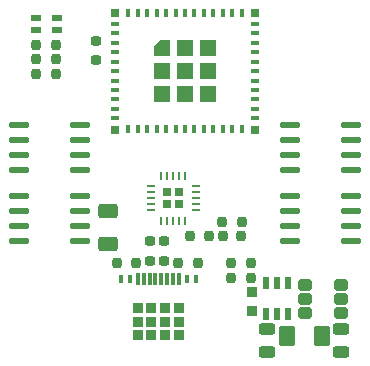
<source format=gbr>
%TF.GenerationSoftware,KiCad,Pcbnew,(6.0.5-0)*%
%TF.CreationDate,2022-08-15T15:57:21+01:00*%
%TF.ProjectId,Relay8,52656c61-7938-42e6-9b69-6361645f7063,1*%
%TF.SameCoordinates,Original*%
%TF.FileFunction,Paste,Top*%
%TF.FilePolarity,Positive*%
%FSLAX46Y46*%
G04 Gerber Fmt 4.6, Leading zero omitted, Abs format (unit mm)*
G04 Created by KiCad (PCBNEW (6.0.5-0)) date 2022-08-15 15:57:21*
%MOMM*%
%LPD*%
G01*
G04 APERTURE LIST*
G04 Aperture macros list*
%AMRoundRect*
0 Rectangle with rounded corners*
0 $1 Rounding radius*
0 $2 $3 $4 $5 $6 $7 $8 $9 X,Y pos of 4 corners*
0 Add a 4 corners polygon primitive as box body*
4,1,4,$2,$3,$4,$5,$6,$7,$8,$9,$2,$3,0*
0 Add four circle primitives for the rounded corners*
1,1,$1+$1,$2,$3*
1,1,$1+$1,$4,$5*
1,1,$1+$1,$6,$7*
1,1,$1+$1,$8,$9*
0 Add four rect primitives between the rounded corners*
20,1,$1+$1,$2,$3,$4,$5,0*
20,1,$1+$1,$4,$5,$6,$7,0*
20,1,$1+$1,$6,$7,$8,$9,0*
20,1,$1+$1,$8,$9,$2,$3,0*%
%AMFreePoly0*
4,1,6,0.696000,-0.696000,-0.696000,-0.696000,-0.696000,0.118488,-0.118488,0.696000,0.696000,0.696000,0.696000,-0.696000,0.696000,-0.696000,$1*%
G04 Aperture macros list end*
%ADD10R,0.768000X0.384000*%
%ADD11R,0.384000X0.768000*%
%ADD12R,1.392000X1.392000*%
%ADD13FreePoly0,0.000000*%
%ADD14R,0.672000X0.672000*%
%ADD15RoundRect,0.186000X-0.189000X-0.189000X0.189000X-0.189000X0.189000X0.189000X-0.189000X0.189000X0*%
%ADD16RoundRect,0.048500X-0.287500X-0.071500X0.287500X-0.071500X0.287500X0.071500X-0.287500X0.071500X0*%
%ADD17RoundRect,0.057500X-0.062500X-0.278500X0.062500X-0.278500X0.062500X0.278500X-0.062500X0.278500X0*%
%ADD18RoundRect,0.184000X-0.200000X-0.272000X0.200000X-0.272000X0.200000X0.272000X-0.200000X0.272000X0*%
%ADD19RoundRect,0.184000X0.200000X0.272000X-0.200000X0.272000X-0.200000X-0.272000X0.200000X-0.272000X0*%
%ADD20RoundRect,0.115000X-0.725000X-0.173000X0.725000X-0.173000X0.725000X0.173000X-0.725000X0.173000X0*%
%ADD21RoundRect,0.232500X-0.232500X-0.232500X0.232500X-0.232500X0.232500X0.232500X-0.232500X0.232500X0*%
%ADD22R,0.420000X0.798000*%
%ADD23RoundRect,0.069000X-0.075000X-0.478200X0.075000X-0.478200X0.075000X0.478200X-0.075000X0.478200X0*%
%ADD24RoundRect,0.115000X0.725000X0.173000X-0.725000X0.173000X-0.725000X-0.173000X0.725000X-0.173000X0*%
%ADD25RoundRect,0.225000X0.615000X-0.375000X0.615000X0.375000X-0.615000X0.375000X-0.615000X-0.375000X0*%
%ADD26RoundRect,0.207000X0.249000X-0.225000X0.249000X0.225000X-0.249000X0.225000X-0.249000X-0.225000X0*%
%ADD27RoundRect,0.250000X-0.350000X-0.250000X0.350000X-0.250000X0.350000X0.250000X-0.350000X0.250000X0*%
%ADD28R,0.576000X1.056000*%
%ADD29RoundRect,0.220875X-0.463125X-0.619125X0.463125X-0.619125X0.463125X0.619125X-0.463125X0.619125X0*%
%ADD30RoundRect,0.230000X-0.466000X0.250000X-0.466000X-0.250000X0.466000X-0.250000X0.466000X0.250000X0*%
%ADD31RoundRect,0.184000X0.272000X-0.200000X0.272000X0.200000X-0.272000X0.200000X-0.272000X-0.200000X0*%
%ADD32RoundRect,0.184000X-0.272000X0.200000X-0.272000X-0.200000X0.272000X-0.200000X0.272000X0.200000X0*%
%ADD33R,0.816000X0.480000*%
G04 APERTURE END LIST*
D10*
%TO.C,U1*%
X98850000Y-32000000D03*
X98850000Y-32800000D03*
X98850000Y-33600000D03*
X98850000Y-34400000D03*
X98850000Y-35200000D03*
X98850000Y-36000000D03*
X98850000Y-36800000D03*
X98850000Y-37600000D03*
X98850000Y-38400000D03*
X98850000Y-39200000D03*
X98850000Y-40000000D03*
D11*
X99950000Y-40900000D03*
X100750000Y-40900000D03*
X101550000Y-40900000D03*
X102350000Y-40900000D03*
X103150000Y-40900000D03*
X103950000Y-40900000D03*
X104750000Y-40900000D03*
X105550000Y-40900000D03*
X106350000Y-40900000D03*
X107150000Y-40900000D03*
X107950000Y-40900000D03*
X108750000Y-40900000D03*
X109550000Y-40900000D03*
D10*
X110650000Y-40000000D03*
X110650000Y-39200000D03*
X110650000Y-38400000D03*
X110650000Y-37600000D03*
X110650000Y-36800000D03*
X110650000Y-36000000D03*
X110650000Y-35200000D03*
X110650000Y-34400000D03*
X110650000Y-33600000D03*
X110650000Y-32800000D03*
X110650000Y-32000000D03*
D11*
X109550000Y-31100000D03*
X108750000Y-31100000D03*
X107950000Y-31100000D03*
X107150000Y-31100000D03*
X106350000Y-31100000D03*
X105550000Y-31100000D03*
X104750000Y-31100000D03*
X103950000Y-31100000D03*
X103150000Y-31100000D03*
X102350000Y-31100000D03*
X101550000Y-31100000D03*
X100750000Y-31100000D03*
X99950000Y-31100000D03*
D12*
X104750000Y-36000000D03*
X106725000Y-34025000D03*
X102775000Y-36000000D03*
X102775000Y-37975000D03*
X104750000Y-37975000D03*
X106725000Y-36000000D03*
D13*
X102775000Y-34025000D03*
D12*
X106725000Y-37975000D03*
X104750000Y-34025000D03*
D14*
X110700000Y-31050000D03*
X110700000Y-40950000D03*
X98800000Y-40950000D03*
X98800000Y-31050000D03*
%TD*%
D15*
%TO.C,U2*%
X103250000Y-46250000D03*
X103250000Y-47250000D03*
X104250000Y-47250000D03*
X104250000Y-46250000D03*
D16*
X101850000Y-45750000D03*
X101850000Y-46250000D03*
X101850000Y-46750000D03*
X101850000Y-47250000D03*
X101850000Y-47750000D03*
D17*
X102750000Y-48650000D03*
X103250000Y-48650000D03*
X103750000Y-48650000D03*
X104250000Y-48650000D03*
X104750000Y-48650000D03*
D16*
X105650000Y-47750000D03*
X105650000Y-47250000D03*
X105650000Y-46750000D03*
X105650000Y-46250000D03*
X105650000Y-45750000D03*
D17*
X104750000Y-44850000D03*
X104250000Y-44850000D03*
X103750000Y-44850000D03*
X103250000Y-44850000D03*
X102750000Y-44850000D03*
%TD*%
D18*
%TO.C,C1*%
X107975000Y-50000000D03*
X109525000Y-50000000D03*
%TD*%
D19*
%TO.C,R5*%
X105825000Y-52250000D03*
X104175000Y-52250000D03*
%TD*%
D20*
%TO.C,U6*%
X113675000Y-40595000D03*
X113675000Y-41865000D03*
X113675000Y-43135000D03*
X113675000Y-44405000D03*
X118825000Y-44405000D03*
X118825000Y-43135000D03*
X118825000Y-41865000D03*
X118825000Y-40595000D03*
%TD*%
D18*
%TO.C,R12*%
X108675000Y-53500000D03*
X110325000Y-53500000D03*
%TD*%
D21*
%TO.C,J1*%
X103065000Y-57215000D03*
X101915000Y-57215000D03*
X104215000Y-58365000D03*
X100765000Y-58365000D03*
X100765000Y-57215000D03*
X101915000Y-58365000D03*
X104215000Y-56065000D03*
X103065000Y-58365000D03*
X104215000Y-57215000D03*
X103065000Y-56065000D03*
X100765000Y-56065000D03*
X101915000Y-56065000D03*
D22*
X99300000Y-53640000D03*
X100100000Y-53640000D03*
D23*
X101250000Y-53640000D03*
X102250000Y-53640000D03*
X102750000Y-53640000D03*
X103750000Y-53640000D03*
D22*
X105700000Y-53640000D03*
X104900000Y-53640000D03*
D23*
X104250000Y-53640000D03*
X103250000Y-53640000D03*
X101750000Y-53640000D03*
X100750000Y-53640000D03*
%TD*%
D18*
%TO.C,R11*%
X108675000Y-52250000D03*
X110325000Y-52250000D03*
%TD*%
%TO.C,R2*%
X105175000Y-50000000D03*
X106825000Y-50000000D03*
%TD*%
D24*
%TO.C,U5*%
X95825000Y-50405000D03*
X95825000Y-49135000D03*
X95825000Y-47865000D03*
X95825000Y-46595000D03*
X90675000Y-46595000D03*
X90675000Y-47865000D03*
X90675000Y-49135000D03*
X90675000Y-50405000D03*
%TD*%
D25*
%TO.C,D2*%
X98250000Y-50650000D03*
X98250000Y-47850000D03*
%TD*%
D26*
%TO.C,U7*%
X110450000Y-54725000D03*
D27*
X114950000Y-55300000D03*
X114950000Y-56450000D03*
X114950000Y-54150000D03*
X117950000Y-55300000D03*
D28*
X113500000Y-53900000D03*
D26*
X110450000Y-56275000D03*
D29*
X113347500Y-58420000D03*
D27*
X117950000Y-56450000D03*
X117950000Y-54150000D03*
D28*
X113500000Y-56600000D03*
X111600000Y-56600000D03*
D30*
X111700000Y-57850000D03*
D28*
X112550000Y-56600000D03*
X112550000Y-53900000D03*
D30*
X111700000Y-59750000D03*
X117950000Y-59750000D03*
D29*
X116312500Y-58420000D03*
D30*
X117950000Y-57850000D03*
D28*
X111600000Y-53900000D03*
%TD*%
D18*
%TO.C,R3*%
X107925000Y-48750000D03*
X109575000Y-48750000D03*
%TD*%
%TO.C,R9*%
X92175000Y-35000000D03*
X93825000Y-35000000D03*
%TD*%
D20*
%TO.C,U4*%
X113675000Y-46595000D03*
X113675000Y-47865000D03*
X113675000Y-49135000D03*
X113675000Y-50405000D03*
X118825000Y-50405000D03*
X118825000Y-49135000D03*
X118825000Y-47865000D03*
X118825000Y-46595000D03*
%TD*%
D18*
%TO.C,R8*%
X92175000Y-33750000D03*
X93825000Y-33750000D03*
%TD*%
D31*
%TO.C,R6*%
X101800000Y-52075000D03*
X101800000Y-50425000D03*
%TD*%
%TO.C,R1*%
X97250000Y-35075000D03*
X97250000Y-33425000D03*
%TD*%
D32*
%TO.C,R7*%
X103000000Y-50425000D03*
X103000000Y-52075000D03*
%TD*%
D33*
%TO.C,D1*%
X93875000Y-32500000D03*
X92125000Y-32500000D03*
X92125000Y-31500000D03*
X93875000Y-31500000D03*
%TD*%
D19*
%TO.C,R4*%
X100625000Y-52250000D03*
X98975000Y-52250000D03*
%TD*%
D18*
%TO.C,R10*%
X92175000Y-36250000D03*
X93825000Y-36250000D03*
%TD*%
D24*
%TO.C,U3*%
X95825000Y-44405000D03*
X95825000Y-43135000D03*
X95825000Y-41865000D03*
X95825000Y-40595000D03*
X90675000Y-40595000D03*
X90675000Y-41865000D03*
X90675000Y-43135000D03*
X90675000Y-44405000D03*
%TD*%
M02*

</source>
